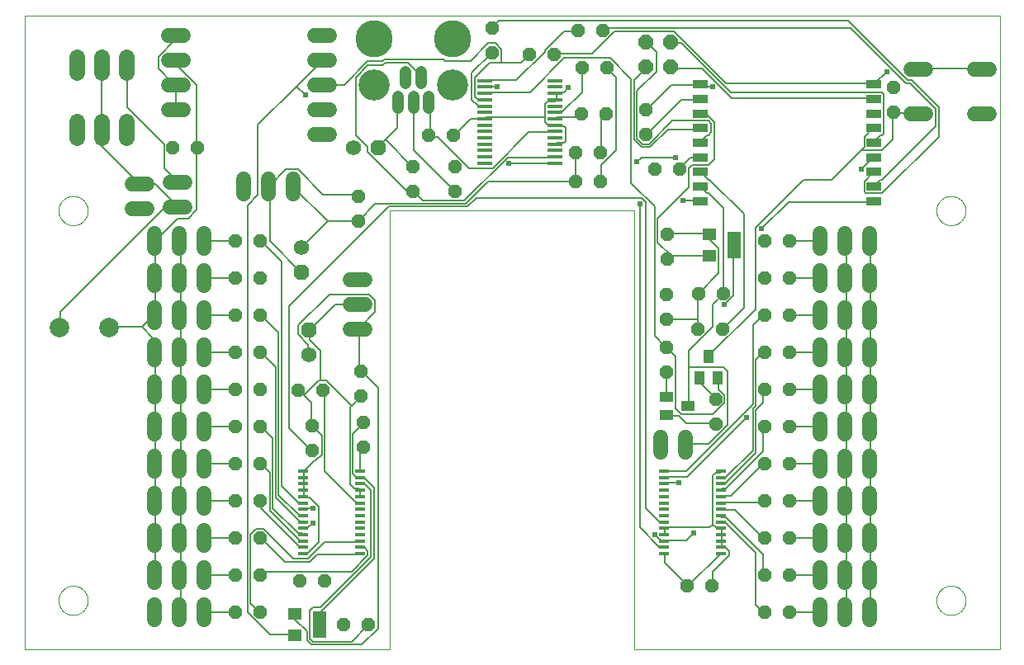
<source format=gtl>
G75*
%MOIN*%
%OFA0B0*%
%FSLAX25Y25*%
%IPPOS*%
%LPD*%
%AMOC8*
5,1,8,0,0,1.08239X$1,22.5*
%
%ADD10C,0.00000*%
%ADD11OC8,0.05200*%
%ADD12OC8,0.06200*%
%ADD13C,0.06200*%
%ADD14C,0.15000*%
%ADD15C,0.12598*%
%ADD16C,0.04756*%
%ADD17R,0.05846X0.03543*%
%ADD18R,0.05906X0.01575*%
%ADD19C,0.06000*%
%ADD20C,0.06496*%
%ADD21R,0.05512X0.03937*%
%ADD22R,0.03937X0.05512*%
%ADD23R,0.03900X0.01200*%
%ADD24C,0.07874*%
%ADD25R,0.05512X0.11024*%
%ADD26R,0.05512X0.04724*%
%ADD27OC8,0.06000*%
%ADD28C,0.00600*%
%ADD29C,0.02400*%
D10*
X0004000Y0002257D02*
X0151638Y0002257D01*
X0151638Y0179423D01*
X0250063Y0179423D01*
X0250063Y0002257D01*
X0397701Y0002257D01*
X0397701Y0258163D01*
X0004000Y0258163D01*
X0004000Y0002257D01*
X0017779Y0021943D02*
X0017781Y0022096D01*
X0017787Y0022250D01*
X0017797Y0022403D01*
X0017811Y0022555D01*
X0017829Y0022708D01*
X0017851Y0022859D01*
X0017876Y0023010D01*
X0017906Y0023161D01*
X0017940Y0023311D01*
X0017977Y0023459D01*
X0018018Y0023607D01*
X0018063Y0023753D01*
X0018112Y0023899D01*
X0018165Y0024043D01*
X0018221Y0024185D01*
X0018281Y0024326D01*
X0018345Y0024466D01*
X0018412Y0024604D01*
X0018483Y0024740D01*
X0018558Y0024874D01*
X0018635Y0025006D01*
X0018717Y0025136D01*
X0018801Y0025264D01*
X0018889Y0025390D01*
X0018980Y0025513D01*
X0019074Y0025634D01*
X0019172Y0025752D01*
X0019272Y0025868D01*
X0019376Y0025981D01*
X0019482Y0026092D01*
X0019591Y0026200D01*
X0019703Y0026305D01*
X0019817Y0026406D01*
X0019935Y0026505D01*
X0020054Y0026601D01*
X0020176Y0026694D01*
X0020301Y0026783D01*
X0020428Y0026870D01*
X0020557Y0026952D01*
X0020688Y0027032D01*
X0020821Y0027108D01*
X0020956Y0027181D01*
X0021093Y0027250D01*
X0021232Y0027315D01*
X0021372Y0027377D01*
X0021514Y0027435D01*
X0021657Y0027490D01*
X0021802Y0027541D01*
X0021948Y0027588D01*
X0022095Y0027631D01*
X0022243Y0027670D01*
X0022392Y0027706D01*
X0022542Y0027737D01*
X0022693Y0027765D01*
X0022844Y0027789D01*
X0022997Y0027809D01*
X0023149Y0027825D01*
X0023302Y0027837D01*
X0023455Y0027845D01*
X0023608Y0027849D01*
X0023762Y0027849D01*
X0023915Y0027845D01*
X0024068Y0027837D01*
X0024221Y0027825D01*
X0024373Y0027809D01*
X0024526Y0027789D01*
X0024677Y0027765D01*
X0024828Y0027737D01*
X0024978Y0027706D01*
X0025127Y0027670D01*
X0025275Y0027631D01*
X0025422Y0027588D01*
X0025568Y0027541D01*
X0025713Y0027490D01*
X0025856Y0027435D01*
X0025998Y0027377D01*
X0026138Y0027315D01*
X0026277Y0027250D01*
X0026414Y0027181D01*
X0026549Y0027108D01*
X0026682Y0027032D01*
X0026813Y0026952D01*
X0026942Y0026870D01*
X0027069Y0026783D01*
X0027194Y0026694D01*
X0027316Y0026601D01*
X0027435Y0026505D01*
X0027553Y0026406D01*
X0027667Y0026305D01*
X0027779Y0026200D01*
X0027888Y0026092D01*
X0027994Y0025981D01*
X0028098Y0025868D01*
X0028198Y0025752D01*
X0028296Y0025634D01*
X0028390Y0025513D01*
X0028481Y0025390D01*
X0028569Y0025264D01*
X0028653Y0025136D01*
X0028735Y0025006D01*
X0028812Y0024874D01*
X0028887Y0024740D01*
X0028958Y0024604D01*
X0029025Y0024466D01*
X0029089Y0024326D01*
X0029149Y0024185D01*
X0029205Y0024043D01*
X0029258Y0023899D01*
X0029307Y0023753D01*
X0029352Y0023607D01*
X0029393Y0023459D01*
X0029430Y0023311D01*
X0029464Y0023161D01*
X0029494Y0023010D01*
X0029519Y0022859D01*
X0029541Y0022708D01*
X0029559Y0022555D01*
X0029573Y0022403D01*
X0029583Y0022250D01*
X0029589Y0022096D01*
X0029591Y0021943D01*
X0029589Y0021790D01*
X0029583Y0021636D01*
X0029573Y0021483D01*
X0029559Y0021331D01*
X0029541Y0021178D01*
X0029519Y0021027D01*
X0029494Y0020876D01*
X0029464Y0020725D01*
X0029430Y0020575D01*
X0029393Y0020427D01*
X0029352Y0020279D01*
X0029307Y0020133D01*
X0029258Y0019987D01*
X0029205Y0019843D01*
X0029149Y0019701D01*
X0029089Y0019560D01*
X0029025Y0019420D01*
X0028958Y0019282D01*
X0028887Y0019146D01*
X0028812Y0019012D01*
X0028735Y0018880D01*
X0028653Y0018750D01*
X0028569Y0018622D01*
X0028481Y0018496D01*
X0028390Y0018373D01*
X0028296Y0018252D01*
X0028198Y0018134D01*
X0028098Y0018018D01*
X0027994Y0017905D01*
X0027888Y0017794D01*
X0027779Y0017686D01*
X0027667Y0017581D01*
X0027553Y0017480D01*
X0027435Y0017381D01*
X0027316Y0017285D01*
X0027194Y0017192D01*
X0027069Y0017103D01*
X0026942Y0017016D01*
X0026813Y0016934D01*
X0026682Y0016854D01*
X0026549Y0016778D01*
X0026414Y0016705D01*
X0026277Y0016636D01*
X0026138Y0016571D01*
X0025998Y0016509D01*
X0025856Y0016451D01*
X0025713Y0016396D01*
X0025568Y0016345D01*
X0025422Y0016298D01*
X0025275Y0016255D01*
X0025127Y0016216D01*
X0024978Y0016180D01*
X0024828Y0016149D01*
X0024677Y0016121D01*
X0024526Y0016097D01*
X0024373Y0016077D01*
X0024221Y0016061D01*
X0024068Y0016049D01*
X0023915Y0016041D01*
X0023762Y0016037D01*
X0023608Y0016037D01*
X0023455Y0016041D01*
X0023302Y0016049D01*
X0023149Y0016061D01*
X0022997Y0016077D01*
X0022844Y0016097D01*
X0022693Y0016121D01*
X0022542Y0016149D01*
X0022392Y0016180D01*
X0022243Y0016216D01*
X0022095Y0016255D01*
X0021948Y0016298D01*
X0021802Y0016345D01*
X0021657Y0016396D01*
X0021514Y0016451D01*
X0021372Y0016509D01*
X0021232Y0016571D01*
X0021093Y0016636D01*
X0020956Y0016705D01*
X0020821Y0016778D01*
X0020688Y0016854D01*
X0020557Y0016934D01*
X0020428Y0017016D01*
X0020301Y0017103D01*
X0020176Y0017192D01*
X0020054Y0017285D01*
X0019935Y0017381D01*
X0019817Y0017480D01*
X0019703Y0017581D01*
X0019591Y0017686D01*
X0019482Y0017794D01*
X0019376Y0017905D01*
X0019272Y0018018D01*
X0019172Y0018134D01*
X0019074Y0018252D01*
X0018980Y0018373D01*
X0018889Y0018496D01*
X0018801Y0018622D01*
X0018717Y0018750D01*
X0018635Y0018880D01*
X0018558Y0019012D01*
X0018483Y0019146D01*
X0018412Y0019282D01*
X0018345Y0019420D01*
X0018281Y0019560D01*
X0018221Y0019701D01*
X0018165Y0019843D01*
X0018112Y0019987D01*
X0018063Y0020133D01*
X0018018Y0020279D01*
X0017977Y0020427D01*
X0017940Y0020575D01*
X0017906Y0020725D01*
X0017876Y0020876D01*
X0017851Y0021027D01*
X0017829Y0021178D01*
X0017811Y0021331D01*
X0017797Y0021483D01*
X0017787Y0021636D01*
X0017781Y0021790D01*
X0017779Y0021943D01*
X0017779Y0179423D02*
X0017781Y0179576D01*
X0017787Y0179730D01*
X0017797Y0179883D01*
X0017811Y0180035D01*
X0017829Y0180188D01*
X0017851Y0180339D01*
X0017876Y0180490D01*
X0017906Y0180641D01*
X0017940Y0180791D01*
X0017977Y0180939D01*
X0018018Y0181087D01*
X0018063Y0181233D01*
X0018112Y0181379D01*
X0018165Y0181523D01*
X0018221Y0181665D01*
X0018281Y0181806D01*
X0018345Y0181946D01*
X0018412Y0182084D01*
X0018483Y0182220D01*
X0018558Y0182354D01*
X0018635Y0182486D01*
X0018717Y0182616D01*
X0018801Y0182744D01*
X0018889Y0182870D01*
X0018980Y0182993D01*
X0019074Y0183114D01*
X0019172Y0183232D01*
X0019272Y0183348D01*
X0019376Y0183461D01*
X0019482Y0183572D01*
X0019591Y0183680D01*
X0019703Y0183785D01*
X0019817Y0183886D01*
X0019935Y0183985D01*
X0020054Y0184081D01*
X0020176Y0184174D01*
X0020301Y0184263D01*
X0020428Y0184350D01*
X0020557Y0184432D01*
X0020688Y0184512D01*
X0020821Y0184588D01*
X0020956Y0184661D01*
X0021093Y0184730D01*
X0021232Y0184795D01*
X0021372Y0184857D01*
X0021514Y0184915D01*
X0021657Y0184970D01*
X0021802Y0185021D01*
X0021948Y0185068D01*
X0022095Y0185111D01*
X0022243Y0185150D01*
X0022392Y0185186D01*
X0022542Y0185217D01*
X0022693Y0185245D01*
X0022844Y0185269D01*
X0022997Y0185289D01*
X0023149Y0185305D01*
X0023302Y0185317D01*
X0023455Y0185325D01*
X0023608Y0185329D01*
X0023762Y0185329D01*
X0023915Y0185325D01*
X0024068Y0185317D01*
X0024221Y0185305D01*
X0024373Y0185289D01*
X0024526Y0185269D01*
X0024677Y0185245D01*
X0024828Y0185217D01*
X0024978Y0185186D01*
X0025127Y0185150D01*
X0025275Y0185111D01*
X0025422Y0185068D01*
X0025568Y0185021D01*
X0025713Y0184970D01*
X0025856Y0184915D01*
X0025998Y0184857D01*
X0026138Y0184795D01*
X0026277Y0184730D01*
X0026414Y0184661D01*
X0026549Y0184588D01*
X0026682Y0184512D01*
X0026813Y0184432D01*
X0026942Y0184350D01*
X0027069Y0184263D01*
X0027194Y0184174D01*
X0027316Y0184081D01*
X0027435Y0183985D01*
X0027553Y0183886D01*
X0027667Y0183785D01*
X0027779Y0183680D01*
X0027888Y0183572D01*
X0027994Y0183461D01*
X0028098Y0183348D01*
X0028198Y0183232D01*
X0028296Y0183114D01*
X0028390Y0182993D01*
X0028481Y0182870D01*
X0028569Y0182744D01*
X0028653Y0182616D01*
X0028735Y0182486D01*
X0028812Y0182354D01*
X0028887Y0182220D01*
X0028958Y0182084D01*
X0029025Y0181946D01*
X0029089Y0181806D01*
X0029149Y0181665D01*
X0029205Y0181523D01*
X0029258Y0181379D01*
X0029307Y0181233D01*
X0029352Y0181087D01*
X0029393Y0180939D01*
X0029430Y0180791D01*
X0029464Y0180641D01*
X0029494Y0180490D01*
X0029519Y0180339D01*
X0029541Y0180188D01*
X0029559Y0180035D01*
X0029573Y0179883D01*
X0029583Y0179730D01*
X0029589Y0179576D01*
X0029591Y0179423D01*
X0029589Y0179270D01*
X0029583Y0179116D01*
X0029573Y0178963D01*
X0029559Y0178811D01*
X0029541Y0178658D01*
X0029519Y0178507D01*
X0029494Y0178356D01*
X0029464Y0178205D01*
X0029430Y0178055D01*
X0029393Y0177907D01*
X0029352Y0177759D01*
X0029307Y0177613D01*
X0029258Y0177467D01*
X0029205Y0177323D01*
X0029149Y0177181D01*
X0029089Y0177040D01*
X0029025Y0176900D01*
X0028958Y0176762D01*
X0028887Y0176626D01*
X0028812Y0176492D01*
X0028735Y0176360D01*
X0028653Y0176230D01*
X0028569Y0176102D01*
X0028481Y0175976D01*
X0028390Y0175853D01*
X0028296Y0175732D01*
X0028198Y0175614D01*
X0028098Y0175498D01*
X0027994Y0175385D01*
X0027888Y0175274D01*
X0027779Y0175166D01*
X0027667Y0175061D01*
X0027553Y0174960D01*
X0027435Y0174861D01*
X0027316Y0174765D01*
X0027194Y0174672D01*
X0027069Y0174583D01*
X0026942Y0174496D01*
X0026813Y0174414D01*
X0026682Y0174334D01*
X0026549Y0174258D01*
X0026414Y0174185D01*
X0026277Y0174116D01*
X0026138Y0174051D01*
X0025998Y0173989D01*
X0025856Y0173931D01*
X0025713Y0173876D01*
X0025568Y0173825D01*
X0025422Y0173778D01*
X0025275Y0173735D01*
X0025127Y0173696D01*
X0024978Y0173660D01*
X0024828Y0173629D01*
X0024677Y0173601D01*
X0024526Y0173577D01*
X0024373Y0173557D01*
X0024221Y0173541D01*
X0024068Y0173529D01*
X0023915Y0173521D01*
X0023762Y0173517D01*
X0023608Y0173517D01*
X0023455Y0173521D01*
X0023302Y0173529D01*
X0023149Y0173541D01*
X0022997Y0173557D01*
X0022844Y0173577D01*
X0022693Y0173601D01*
X0022542Y0173629D01*
X0022392Y0173660D01*
X0022243Y0173696D01*
X0022095Y0173735D01*
X0021948Y0173778D01*
X0021802Y0173825D01*
X0021657Y0173876D01*
X0021514Y0173931D01*
X0021372Y0173989D01*
X0021232Y0174051D01*
X0021093Y0174116D01*
X0020956Y0174185D01*
X0020821Y0174258D01*
X0020688Y0174334D01*
X0020557Y0174414D01*
X0020428Y0174496D01*
X0020301Y0174583D01*
X0020176Y0174672D01*
X0020054Y0174765D01*
X0019935Y0174861D01*
X0019817Y0174960D01*
X0019703Y0175061D01*
X0019591Y0175166D01*
X0019482Y0175274D01*
X0019376Y0175385D01*
X0019272Y0175498D01*
X0019172Y0175614D01*
X0019074Y0175732D01*
X0018980Y0175853D01*
X0018889Y0175976D01*
X0018801Y0176102D01*
X0018717Y0176230D01*
X0018635Y0176360D01*
X0018558Y0176492D01*
X0018483Y0176626D01*
X0018412Y0176762D01*
X0018345Y0176900D01*
X0018281Y0177040D01*
X0018221Y0177181D01*
X0018165Y0177323D01*
X0018112Y0177467D01*
X0018063Y0177613D01*
X0018018Y0177759D01*
X0017977Y0177907D01*
X0017940Y0178055D01*
X0017906Y0178205D01*
X0017876Y0178356D01*
X0017851Y0178507D01*
X0017829Y0178658D01*
X0017811Y0178811D01*
X0017797Y0178963D01*
X0017787Y0179116D01*
X0017781Y0179270D01*
X0017779Y0179423D01*
X0372110Y0179423D02*
X0372112Y0179576D01*
X0372118Y0179730D01*
X0372128Y0179883D01*
X0372142Y0180035D01*
X0372160Y0180188D01*
X0372182Y0180339D01*
X0372207Y0180490D01*
X0372237Y0180641D01*
X0372271Y0180791D01*
X0372308Y0180939D01*
X0372349Y0181087D01*
X0372394Y0181233D01*
X0372443Y0181379D01*
X0372496Y0181523D01*
X0372552Y0181665D01*
X0372612Y0181806D01*
X0372676Y0181946D01*
X0372743Y0182084D01*
X0372814Y0182220D01*
X0372889Y0182354D01*
X0372966Y0182486D01*
X0373048Y0182616D01*
X0373132Y0182744D01*
X0373220Y0182870D01*
X0373311Y0182993D01*
X0373405Y0183114D01*
X0373503Y0183232D01*
X0373603Y0183348D01*
X0373707Y0183461D01*
X0373813Y0183572D01*
X0373922Y0183680D01*
X0374034Y0183785D01*
X0374148Y0183886D01*
X0374266Y0183985D01*
X0374385Y0184081D01*
X0374507Y0184174D01*
X0374632Y0184263D01*
X0374759Y0184350D01*
X0374888Y0184432D01*
X0375019Y0184512D01*
X0375152Y0184588D01*
X0375287Y0184661D01*
X0375424Y0184730D01*
X0375563Y0184795D01*
X0375703Y0184857D01*
X0375845Y0184915D01*
X0375988Y0184970D01*
X0376133Y0185021D01*
X0376279Y0185068D01*
X0376426Y0185111D01*
X0376574Y0185150D01*
X0376723Y0185186D01*
X0376873Y0185217D01*
X0377024Y0185245D01*
X0377175Y0185269D01*
X0377328Y0185289D01*
X0377480Y0185305D01*
X0377633Y0185317D01*
X0377786Y0185325D01*
X0377939Y0185329D01*
X0378093Y0185329D01*
X0378246Y0185325D01*
X0378399Y0185317D01*
X0378552Y0185305D01*
X0378704Y0185289D01*
X0378857Y0185269D01*
X0379008Y0185245D01*
X0379159Y0185217D01*
X0379309Y0185186D01*
X0379458Y0185150D01*
X0379606Y0185111D01*
X0379753Y0185068D01*
X0379899Y0185021D01*
X0380044Y0184970D01*
X0380187Y0184915D01*
X0380329Y0184857D01*
X0380469Y0184795D01*
X0380608Y0184730D01*
X0380745Y0184661D01*
X0380880Y0184588D01*
X0381013Y0184512D01*
X0381144Y0184432D01*
X0381273Y0184350D01*
X0381400Y0184263D01*
X0381525Y0184174D01*
X0381647Y0184081D01*
X0381766Y0183985D01*
X0381884Y0183886D01*
X0381998Y0183785D01*
X0382110Y0183680D01*
X0382219Y0183572D01*
X0382325Y0183461D01*
X0382429Y0183348D01*
X0382529Y0183232D01*
X0382627Y0183114D01*
X0382721Y0182993D01*
X0382812Y0182870D01*
X0382900Y0182744D01*
X0382984Y0182616D01*
X0383066Y0182486D01*
X0383143Y0182354D01*
X0383218Y0182220D01*
X0383289Y0182084D01*
X0383356Y0181946D01*
X0383420Y0181806D01*
X0383480Y0181665D01*
X0383536Y0181523D01*
X0383589Y0181379D01*
X0383638Y0181233D01*
X0383683Y0181087D01*
X0383724Y0180939D01*
X0383761Y0180791D01*
X0383795Y0180641D01*
X0383825Y0180490D01*
X0383850Y0180339D01*
X0383872Y0180188D01*
X0383890Y0180035D01*
X0383904Y0179883D01*
X0383914Y0179730D01*
X0383920Y0179576D01*
X0383922Y0179423D01*
X0383920Y0179270D01*
X0383914Y0179116D01*
X0383904Y0178963D01*
X0383890Y0178811D01*
X0383872Y0178658D01*
X0383850Y0178507D01*
X0383825Y0178356D01*
X0383795Y0178205D01*
X0383761Y0178055D01*
X0383724Y0177907D01*
X0383683Y0177759D01*
X0383638Y0177613D01*
X0383589Y0177467D01*
X0383536Y0177323D01*
X0383480Y0177181D01*
X0383420Y0177040D01*
X0383356Y0176900D01*
X0383289Y0176762D01*
X0383218Y0176626D01*
X0383143Y0176492D01*
X0383066Y0176360D01*
X0382984Y0176230D01*
X0382900Y0176102D01*
X0382812Y0175976D01*
X0382721Y0175853D01*
X0382627Y0175732D01*
X0382529Y0175614D01*
X0382429Y0175498D01*
X0382325Y0175385D01*
X0382219Y0175274D01*
X0382110Y0175166D01*
X0381998Y0175061D01*
X0381884Y0174960D01*
X0381766Y0174861D01*
X0381647Y0174765D01*
X0381525Y0174672D01*
X0381400Y0174583D01*
X0381273Y0174496D01*
X0381144Y0174414D01*
X0381013Y0174334D01*
X0380880Y0174258D01*
X0380745Y0174185D01*
X0380608Y0174116D01*
X0380469Y0174051D01*
X0380329Y0173989D01*
X0380187Y0173931D01*
X0380044Y0173876D01*
X0379899Y0173825D01*
X0379753Y0173778D01*
X0379606Y0173735D01*
X0379458Y0173696D01*
X0379309Y0173660D01*
X0379159Y0173629D01*
X0379008Y0173601D01*
X0378857Y0173577D01*
X0378704Y0173557D01*
X0378552Y0173541D01*
X0378399Y0173529D01*
X0378246Y0173521D01*
X0378093Y0173517D01*
X0377939Y0173517D01*
X0377786Y0173521D01*
X0377633Y0173529D01*
X0377480Y0173541D01*
X0377328Y0173557D01*
X0377175Y0173577D01*
X0377024Y0173601D01*
X0376873Y0173629D01*
X0376723Y0173660D01*
X0376574Y0173696D01*
X0376426Y0173735D01*
X0376279Y0173778D01*
X0376133Y0173825D01*
X0375988Y0173876D01*
X0375845Y0173931D01*
X0375703Y0173989D01*
X0375563Y0174051D01*
X0375424Y0174116D01*
X0375287Y0174185D01*
X0375152Y0174258D01*
X0375019Y0174334D01*
X0374888Y0174414D01*
X0374759Y0174496D01*
X0374632Y0174583D01*
X0374507Y0174672D01*
X0374385Y0174765D01*
X0374266Y0174861D01*
X0374148Y0174960D01*
X0374034Y0175061D01*
X0373922Y0175166D01*
X0373813Y0175274D01*
X0373707Y0175385D01*
X0373603Y0175498D01*
X0373503Y0175614D01*
X0373405Y0175732D01*
X0373311Y0175853D01*
X0373220Y0175976D01*
X0373132Y0176102D01*
X0373048Y0176230D01*
X0372966Y0176360D01*
X0372889Y0176492D01*
X0372814Y0176626D01*
X0372743Y0176762D01*
X0372676Y0176900D01*
X0372612Y0177040D01*
X0372552Y0177181D01*
X0372496Y0177323D01*
X0372443Y0177467D01*
X0372394Y0177613D01*
X0372349Y0177759D01*
X0372308Y0177907D01*
X0372271Y0178055D01*
X0372237Y0178205D01*
X0372207Y0178356D01*
X0372182Y0178507D01*
X0372160Y0178658D01*
X0372142Y0178811D01*
X0372128Y0178963D01*
X0372118Y0179116D01*
X0372112Y0179270D01*
X0372110Y0179423D01*
X0372110Y0021943D02*
X0372112Y0022096D01*
X0372118Y0022250D01*
X0372128Y0022403D01*
X0372142Y0022555D01*
X0372160Y0022708D01*
X0372182Y0022859D01*
X0372207Y0023010D01*
X0372237Y0023161D01*
X0372271Y0023311D01*
X0372308Y0023459D01*
X0372349Y0023607D01*
X0372394Y0023753D01*
X0372443Y0023899D01*
X0372496Y0024043D01*
X0372552Y0024185D01*
X0372612Y0024326D01*
X0372676Y0024466D01*
X0372743Y0024604D01*
X0372814Y0024740D01*
X0372889Y0024874D01*
X0372966Y0025006D01*
X0373048Y0025136D01*
X0373132Y0025264D01*
X0373220Y0025390D01*
X0373311Y0025513D01*
X0373405Y0025634D01*
X0373503Y0025752D01*
X0373603Y0025868D01*
X0373707Y0025981D01*
X0373813Y0026092D01*
X0373922Y0026200D01*
X0374034Y0026305D01*
X0374148Y0026406D01*
X0374266Y0026505D01*
X0374385Y0026601D01*
X0374507Y0026694D01*
X0374632Y0026783D01*
X0374759Y0026870D01*
X0374888Y0026952D01*
X0375019Y0027032D01*
X0375152Y0027108D01*
X0375287Y0027181D01*
X0375424Y0027250D01*
X0375563Y0027315D01*
X0375703Y0027377D01*
X0375845Y0027435D01*
X0375988Y0027490D01*
X0376133Y0027541D01*
X0376279Y0027588D01*
X0376426Y0027631D01*
X0376574Y0027670D01*
X0376723Y0027706D01*
X0376873Y0027737D01*
X0377024Y0027765D01*
X0377175Y0027789D01*
X0377328Y0027809D01*
X0377480Y0027825D01*
X0377633Y0027837D01*
X0377786Y0027845D01*
X0377939Y0027849D01*
X0378093Y0027849D01*
X0378246Y0027845D01*
X0378399Y0027837D01*
X0378552Y0027825D01*
X0378704Y0027809D01*
X0378857Y0027789D01*
X0379008Y0027765D01*
X0379159Y0027737D01*
X0379309Y0027706D01*
X0379458Y0027670D01*
X0379606Y0027631D01*
X0379753Y0027588D01*
X0379899Y0027541D01*
X0380044Y0027490D01*
X0380187Y0027435D01*
X0380329Y0027377D01*
X0380469Y0027315D01*
X0380608Y0027250D01*
X0380745Y0027181D01*
X0380880Y0027108D01*
X0381013Y0027032D01*
X0381144Y0026952D01*
X0381273Y0026870D01*
X0381400Y0026783D01*
X0381525Y0026694D01*
X0381647Y0026601D01*
X0381766Y0026505D01*
X0381884Y0026406D01*
X0381998Y0026305D01*
X0382110Y0026200D01*
X0382219Y0026092D01*
X0382325Y0025981D01*
X0382429Y0025868D01*
X0382529Y0025752D01*
X0382627Y0025634D01*
X0382721Y0025513D01*
X0382812Y0025390D01*
X0382900Y0025264D01*
X0382984Y0025136D01*
X0383066Y0025006D01*
X0383143Y0024874D01*
X0383218Y0024740D01*
X0383289Y0024604D01*
X0383356Y0024466D01*
X0383420Y0024326D01*
X0383480Y0024185D01*
X0383536Y0024043D01*
X0383589Y0023899D01*
X0383638Y0023753D01*
X0383683Y0023607D01*
X0383724Y0023459D01*
X0383761Y0023311D01*
X0383795Y0023161D01*
X0383825Y0023010D01*
X0383850Y0022859D01*
X0383872Y0022708D01*
X0383890Y0022555D01*
X0383904Y0022403D01*
X0383914Y0022250D01*
X0383920Y0022096D01*
X0383922Y0021943D01*
X0383920Y0021790D01*
X0383914Y0021636D01*
X0383904Y0021483D01*
X0383890Y0021331D01*
X0383872Y0021178D01*
X0383850Y0021027D01*
X0383825Y0020876D01*
X0383795Y0020725D01*
X0383761Y0020575D01*
X0383724Y0020427D01*
X0383683Y0020279D01*
X0383638Y0020133D01*
X0383589Y0019987D01*
X0383536Y0019843D01*
X0383480Y0019701D01*
X0383420Y0019560D01*
X0383356Y0019420D01*
X0383289Y0019282D01*
X0383218Y0019146D01*
X0383143Y0019012D01*
X0383066Y0018880D01*
X0382984Y0018750D01*
X0382900Y0018622D01*
X0382812Y0018496D01*
X0382721Y0018373D01*
X0382627Y0018252D01*
X0382529Y0018134D01*
X0382429Y0018018D01*
X0382325Y0017905D01*
X0382219Y0017794D01*
X0382110Y0017686D01*
X0381998Y0017581D01*
X0381884Y0017480D01*
X0381766Y0017381D01*
X0381647Y0017285D01*
X0381525Y0017192D01*
X0381400Y0017103D01*
X0381273Y0017016D01*
X0381144Y0016934D01*
X0381013Y0016854D01*
X0380880Y0016778D01*
X0380745Y0016705D01*
X0380608Y0016636D01*
X0380469Y0016571D01*
X0380329Y0016509D01*
X0380187Y0016451D01*
X0380044Y0016396D01*
X0379899Y0016345D01*
X0379753Y0016298D01*
X0379606Y0016255D01*
X0379458Y0016216D01*
X0379309Y0016180D01*
X0379159Y0016149D01*
X0379008Y0016121D01*
X0378857Y0016097D01*
X0378704Y0016077D01*
X0378552Y0016061D01*
X0378399Y0016049D01*
X0378246Y0016041D01*
X0378093Y0016037D01*
X0377939Y0016037D01*
X0377786Y0016041D01*
X0377633Y0016049D01*
X0377480Y0016061D01*
X0377328Y0016077D01*
X0377175Y0016097D01*
X0377024Y0016121D01*
X0376873Y0016149D01*
X0376723Y0016180D01*
X0376574Y0016216D01*
X0376426Y0016255D01*
X0376279Y0016298D01*
X0376133Y0016345D01*
X0375988Y0016396D01*
X0375845Y0016451D01*
X0375703Y0016509D01*
X0375563Y0016571D01*
X0375424Y0016636D01*
X0375287Y0016705D01*
X0375152Y0016778D01*
X0375019Y0016854D01*
X0374888Y0016934D01*
X0374759Y0017016D01*
X0374632Y0017103D01*
X0374507Y0017192D01*
X0374385Y0017285D01*
X0374266Y0017381D01*
X0374148Y0017480D01*
X0374034Y0017581D01*
X0373922Y0017686D01*
X0373813Y0017794D01*
X0373707Y0017905D01*
X0373603Y0018018D01*
X0373503Y0018134D01*
X0373405Y0018252D01*
X0373311Y0018373D01*
X0373220Y0018496D01*
X0373132Y0018622D01*
X0373048Y0018750D01*
X0372966Y0018880D01*
X0372889Y0019012D01*
X0372814Y0019146D01*
X0372743Y0019282D01*
X0372676Y0019420D01*
X0372612Y0019560D01*
X0372552Y0019701D01*
X0372496Y0019843D01*
X0372443Y0019987D01*
X0372394Y0020133D01*
X0372349Y0020279D01*
X0372308Y0020427D01*
X0372271Y0020575D01*
X0372237Y0020725D01*
X0372207Y0020876D01*
X0372182Y0021027D01*
X0372160Y0021178D01*
X0372142Y0021331D01*
X0372128Y0021483D01*
X0372118Y0021636D01*
X0372112Y0021790D01*
X0372110Y0021943D01*
D11*
X0312701Y0017257D03*
X0302701Y0017257D03*
X0302701Y0032257D03*
X0312701Y0032257D03*
X0312701Y0047257D03*
X0302701Y0047257D03*
X0302701Y0062257D03*
X0312701Y0062257D03*
X0312701Y0077257D03*
X0302701Y0077257D03*
X0302701Y0092257D03*
X0312701Y0092257D03*
X0312701Y0107257D03*
X0302701Y0107257D03*
X0283000Y0103320D03*
X0283000Y0093320D03*
X0263031Y0114352D03*
X0263031Y0124352D03*
X0263110Y0135580D03*
X0263110Y0145580D03*
X0276181Y0145998D03*
X0286181Y0145998D03*
X0302701Y0152257D03*
X0312701Y0152257D03*
X0312701Y0137257D03*
X0302701Y0137257D03*
X0285732Y0131446D03*
X0275732Y0131446D03*
X0302701Y0122257D03*
X0312701Y0122257D03*
X0263331Y0159832D03*
X0263331Y0169832D03*
X0236535Y0191273D03*
X0226535Y0191273D03*
X0226535Y0202927D03*
X0236535Y0202927D03*
X0254969Y0210289D03*
X0254969Y0220289D03*
X0238882Y0218478D03*
X0228882Y0218478D03*
X0229000Y0237257D03*
X0239000Y0237257D03*
X0237346Y0252257D03*
X0227346Y0252257D03*
X0217661Y0242415D03*
X0207661Y0242415D03*
X0192976Y0243320D03*
X0192976Y0253320D03*
X0177205Y0209691D03*
X0167205Y0209691D03*
X0160961Y0197116D03*
X0160961Y0187116D03*
X0177898Y0187116D03*
X0177898Y0197116D03*
X0138961Y0185313D03*
X0138961Y0175313D03*
X0099000Y0167257D03*
X0089000Y0167257D03*
X0089000Y0152257D03*
X0099000Y0152257D03*
X0099000Y0137257D03*
X0089000Y0137257D03*
X0089000Y0122257D03*
X0099000Y0122257D03*
X0099000Y0107257D03*
X0089000Y0107257D03*
X0089000Y0092257D03*
X0099000Y0092257D03*
X0114551Y0106761D03*
X0124551Y0106761D03*
X0139685Y0104604D03*
X0139685Y0114604D03*
X0140811Y0093872D03*
X0140811Y0083872D03*
X0120094Y0082478D03*
X0120094Y0092478D03*
X0099000Y0077257D03*
X0089000Y0077257D03*
X0089000Y0062257D03*
X0099000Y0062257D03*
X0099000Y0047257D03*
X0089000Y0047257D03*
X0089000Y0032257D03*
X0099000Y0032257D03*
X0115142Y0029817D03*
X0125142Y0029817D03*
X0132858Y0012100D03*
X0142858Y0012100D03*
X0099000Y0017257D03*
X0089000Y0017257D03*
X0271638Y0027848D03*
X0281638Y0027848D03*
X0302701Y0167257D03*
X0312701Y0167257D03*
X0268425Y0196061D03*
X0258425Y0196061D03*
X0354906Y0219163D03*
X0354906Y0229163D03*
X0073961Y0205013D03*
X0063961Y0205013D03*
D12*
X0115850Y0154502D03*
X0118803Y0131234D03*
X0146795Y0205013D03*
D13*
X0136795Y0205013D03*
X0115850Y0164502D03*
X0118803Y0121234D03*
D14*
X0145252Y0248809D03*
X0176748Y0248809D03*
D15*
X0176748Y0230305D03*
X0145252Y0230305D03*
D16*
X0154701Y0225580D02*
X0154701Y0220824D01*
X0161000Y0220824D02*
X0161000Y0225580D01*
X0167299Y0225580D02*
X0167299Y0220824D01*
X0164150Y0230698D02*
X0164150Y0235454D01*
X0157850Y0235454D02*
X0157850Y0230698D01*
D17*
X0276864Y0230486D03*
X0276864Y0224580D03*
X0276864Y0218675D03*
X0276864Y0212769D03*
X0276864Y0206864D03*
X0276864Y0200958D03*
X0276864Y0195053D03*
X0276864Y0189147D03*
X0276864Y0183242D03*
X0346884Y0183242D03*
X0346884Y0189147D03*
X0346884Y0195053D03*
X0346884Y0200958D03*
X0346884Y0206864D03*
X0346884Y0212769D03*
X0346884Y0218675D03*
X0346884Y0224580D03*
X0346884Y0230486D03*
D18*
X0218272Y0229364D03*
X0218272Y0231923D03*
X0218272Y0226805D03*
X0218272Y0224246D03*
X0218272Y0221687D03*
X0218272Y0219128D03*
X0218272Y0216569D03*
X0218272Y0214009D03*
X0218272Y0211450D03*
X0218272Y0208891D03*
X0218272Y0206332D03*
X0218272Y0203773D03*
X0218272Y0201214D03*
X0218272Y0198655D03*
X0189728Y0198655D03*
X0189728Y0201214D03*
X0189728Y0203773D03*
X0189728Y0206332D03*
X0189728Y0208891D03*
X0189728Y0211450D03*
X0189728Y0214009D03*
X0189728Y0216569D03*
X0189728Y0219128D03*
X0189728Y0221687D03*
X0189728Y0224246D03*
X0189728Y0226805D03*
X0189728Y0229364D03*
X0189728Y0231923D03*
D19*
X0127063Y0230163D02*
X0121063Y0230163D01*
X0121063Y0240163D02*
X0127063Y0240163D01*
X0127063Y0250163D02*
X0121063Y0250163D01*
X0121063Y0220163D02*
X0127063Y0220163D01*
X0127063Y0210163D02*
X0121063Y0210163D01*
X0112425Y0192108D02*
X0112425Y0186108D01*
X0102425Y0186108D02*
X0102425Y0192108D01*
X0092425Y0192108D02*
X0092425Y0186108D01*
X0076500Y0170257D02*
X0076500Y0164257D01*
X0066500Y0164257D02*
X0066500Y0170257D01*
X0056500Y0170257D02*
X0056500Y0164257D01*
X0056500Y0155257D02*
X0056500Y0149257D01*
X0066500Y0149257D02*
X0066500Y0155257D01*
X0076500Y0155257D02*
X0076500Y0149257D01*
X0076500Y0140257D02*
X0076500Y0134257D01*
X0076500Y0125257D02*
X0076500Y0119257D01*
X0066500Y0119257D02*
X0066500Y0125257D01*
X0056500Y0125257D02*
X0056500Y0119257D01*
X0056500Y0110257D02*
X0056500Y0104257D01*
X0066500Y0104257D02*
X0066500Y0110257D01*
X0076500Y0110257D02*
X0076500Y0104257D01*
X0076500Y0095257D02*
X0076500Y0089257D01*
X0066500Y0089257D02*
X0066500Y0095257D01*
X0056500Y0095257D02*
X0056500Y0089257D01*
X0056500Y0080257D02*
X0056500Y0074257D01*
X0066500Y0074257D02*
X0066500Y0080257D01*
X0076500Y0080257D02*
X0076500Y0074257D01*
X0076500Y0065257D02*
X0076500Y0059257D01*
X0066500Y0059257D02*
X0066500Y0065257D01*
X0056500Y0065257D02*
X0056500Y0059257D01*
X0056500Y0050257D02*
X0056500Y0044257D01*
X0066500Y0044257D02*
X0066500Y0050257D01*
X0076500Y0050257D02*
X0076500Y0044257D01*
X0076500Y0035257D02*
X0076500Y0029257D01*
X0076500Y0020257D02*
X0076500Y0014257D01*
X0066500Y0014257D02*
X0066500Y0020257D01*
X0056500Y0020257D02*
X0056500Y0014257D01*
X0056500Y0029257D02*
X0056500Y0035257D01*
X0066500Y0035257D02*
X0066500Y0029257D01*
X0135654Y0131659D02*
X0141654Y0131659D01*
X0141654Y0141659D02*
X0135654Y0141659D01*
X0135654Y0151659D02*
X0141654Y0151659D01*
X0068929Y0180722D02*
X0062929Y0180722D01*
X0053346Y0180131D02*
X0047346Y0180131D01*
X0047346Y0190131D02*
X0053346Y0190131D01*
X0062929Y0190722D02*
X0068929Y0190722D01*
X0068063Y0220163D02*
X0062063Y0220163D01*
X0062063Y0230163D02*
X0068063Y0230163D01*
X0068063Y0240163D02*
X0062063Y0240163D01*
X0062063Y0250163D02*
X0068063Y0250163D01*
X0066500Y0140257D02*
X0066500Y0134257D01*
X0056500Y0134257D02*
X0056500Y0140257D01*
X0260811Y0087935D02*
X0260811Y0081935D01*
X0270811Y0081935D02*
X0270811Y0087935D01*
X0325201Y0089257D02*
X0325201Y0095257D01*
X0335201Y0095257D02*
X0335201Y0089257D01*
X0345201Y0089257D02*
X0345201Y0095257D01*
X0345201Y0104257D02*
X0345201Y0110257D01*
X0335201Y0110257D02*
X0335201Y0104257D01*
X0325201Y0104257D02*
X0325201Y0110257D01*
X0325201Y0119257D02*
X0325201Y0125257D01*
X0335201Y0125257D02*
X0335201Y0119257D01*
X0345201Y0119257D02*
X0345201Y0125257D01*
X0345201Y0134257D02*
X0345201Y0140257D01*
X0345201Y0149257D02*
X0345201Y0155257D01*
X0335201Y0155257D02*
X0335201Y0149257D01*
X0325201Y0149257D02*
X0325201Y0155257D01*
X0325201Y0164257D02*
X0325201Y0170257D01*
X0335201Y0170257D02*
X0335201Y0164257D01*
X0345201Y0164257D02*
X0345201Y0170257D01*
X0335201Y0140257D02*
X0335201Y0134257D01*
X0325201Y0134257D02*
X0325201Y0140257D01*
X0325201Y0080257D02*
X0325201Y0074257D01*
X0335201Y0074257D02*
X0335201Y0080257D01*
X0345201Y0080257D02*
X0345201Y0074257D01*
X0345201Y0065257D02*
X0345201Y0059257D01*
X0335201Y0059257D02*
X0335201Y0065257D01*
X0325201Y0065257D02*
X0325201Y0059257D01*
X0325201Y0050257D02*
X0325201Y0044257D01*
X0335201Y0044257D02*
X0335201Y0050257D01*
X0345201Y0050257D02*
X0345201Y0044257D01*
X0345201Y0035257D02*
X0345201Y0029257D01*
X0345201Y0020257D02*
X0345201Y0014257D01*
X0335201Y0014257D02*
X0335201Y0020257D01*
X0325201Y0020257D02*
X0325201Y0014257D01*
X0325201Y0029257D02*
X0325201Y0035257D01*
X0335201Y0035257D02*
X0335201Y0029257D01*
X0361822Y0218578D02*
X0367822Y0218578D01*
X0387422Y0218578D02*
X0393422Y0218578D01*
X0393422Y0236378D02*
X0387422Y0236378D01*
X0367822Y0236378D02*
X0361822Y0236378D01*
D20*
X0045063Y0235072D02*
X0045063Y0241569D01*
X0035063Y0241569D02*
X0035063Y0235072D01*
X0025063Y0235072D02*
X0025063Y0241569D01*
X0025063Y0215506D02*
X0025063Y0209009D01*
X0035063Y0209009D02*
X0035063Y0215506D01*
X0045063Y0215506D02*
X0045063Y0209009D01*
D21*
X0263087Y0104265D03*
X0263087Y0096785D03*
X0271748Y0100525D03*
D22*
X0276323Y0112021D03*
X0283803Y0112021D03*
X0280063Y0120683D03*
D23*
X0285188Y0074143D03*
X0285188Y0071584D03*
X0285188Y0069025D03*
X0285188Y0066466D03*
X0285188Y0063907D03*
X0285188Y0061348D03*
X0285188Y0058789D03*
X0285188Y0056230D03*
X0285188Y0053671D03*
X0285188Y0051112D03*
X0285188Y0048553D03*
X0285188Y0045994D03*
X0285188Y0043435D03*
X0285188Y0040876D03*
X0262213Y0040876D03*
X0262213Y0043435D03*
X0262213Y0045994D03*
X0262213Y0048553D03*
X0262213Y0051112D03*
X0262213Y0053671D03*
X0262213Y0056230D03*
X0262213Y0058789D03*
X0262213Y0061348D03*
X0262213Y0063907D03*
X0262213Y0066466D03*
X0262213Y0069025D03*
X0262213Y0071584D03*
X0262213Y0074143D03*
X0139487Y0074143D03*
X0139487Y0071584D03*
X0139487Y0069025D03*
X0139487Y0066466D03*
X0139487Y0063907D03*
X0139487Y0061348D03*
X0139487Y0058789D03*
X0139487Y0056230D03*
X0139487Y0053671D03*
X0139487Y0051112D03*
X0139487Y0048553D03*
X0139487Y0045994D03*
X0139487Y0043435D03*
X0139487Y0040876D03*
X0116513Y0040876D03*
X0116513Y0043435D03*
X0116513Y0045994D03*
X0116513Y0048553D03*
X0116513Y0051112D03*
X0116513Y0053671D03*
X0116513Y0056230D03*
X0116513Y0058789D03*
X0116513Y0061348D03*
X0116513Y0063907D03*
X0116513Y0066466D03*
X0116513Y0069025D03*
X0116513Y0071584D03*
X0116513Y0074143D03*
D24*
X0038052Y0132222D03*
X0018052Y0132222D03*
D25*
X0123291Y0012100D03*
X0290614Y0165643D03*
D26*
X0280378Y0161313D03*
X0280378Y0169974D03*
X0113055Y0016431D03*
X0113055Y0007769D03*
D27*
X0254906Y0237415D03*
X0264906Y0237415D03*
X0264906Y0247415D03*
X0254906Y0247415D03*
D28*
X0255400Y0247057D01*
X0259000Y0243457D01*
X0259000Y0235657D01*
X0251200Y0227857D01*
X0251200Y0208657D01*
X0253600Y0206257D01*
X0256000Y0206257D01*
X0265600Y0215857D01*
X0280000Y0215857D01*
X0281200Y0214657D01*
X0281200Y0211057D01*
X0280000Y0209857D01*
X0279400Y0209857D01*
X0277000Y0207457D01*
X0276864Y0206864D01*
X0276400Y0212257D02*
X0276864Y0212769D01*
X0276400Y0212257D02*
X0263800Y0212257D01*
X0256600Y0205057D01*
X0253000Y0205057D01*
X0250000Y0208057D01*
X0250000Y0232057D01*
X0254800Y0236857D01*
X0254906Y0237415D01*
X0248800Y0232657D02*
X0248800Y0190657D01*
X0258400Y0181057D01*
X0258400Y0128857D01*
X0262600Y0124657D01*
X0263031Y0124352D01*
X0263200Y0124057D01*
X0266800Y0120457D01*
X0266800Y0099457D01*
X0269200Y0097057D01*
X0281800Y0097057D01*
X0286600Y0101857D01*
X0286600Y0104857D01*
X0284200Y0107257D01*
X0284200Y0111457D01*
X0283803Y0112021D01*
X0287800Y0114457D02*
X0286000Y0116257D01*
X0272200Y0116257D01*
X0272200Y0100657D01*
X0271748Y0100525D01*
X0268000Y0096457D02*
X0271000Y0093457D01*
X0283000Y0093457D01*
X0283000Y0093320D01*
X0287800Y0092857D02*
X0287800Y0114457D01*
X0280600Y0121057D02*
X0280063Y0120683D01*
X0280600Y0121057D02*
X0299200Y0139657D01*
X0299200Y0172657D01*
X0318400Y0191857D01*
X0329800Y0191857D01*
X0341800Y0203857D01*
X0350200Y0203857D01*
X0354400Y0208057D01*
X0354400Y0218857D01*
X0354906Y0219163D01*
X0355000Y0218857D01*
X0364600Y0218857D01*
X0364822Y0218578D01*
X0371800Y0220657D02*
X0371800Y0213457D01*
X0350200Y0191857D01*
X0349600Y0191857D01*
X0347200Y0189457D01*
X0346884Y0189147D01*
X0343600Y0186457D02*
X0343000Y0187057D01*
X0343000Y0191257D01*
X0346600Y0194857D01*
X0346884Y0195053D01*
X0341800Y0196057D02*
X0346600Y0200857D01*
X0346884Y0200958D01*
X0343000Y0205057D02*
X0341800Y0203857D01*
X0343000Y0205057D02*
X0343000Y0209257D01*
X0346600Y0212857D01*
X0346884Y0212769D01*
X0350200Y0209857D02*
X0350800Y0210457D01*
X0350800Y0226657D01*
X0350200Y0227257D01*
X0289000Y0227257D01*
X0269200Y0247057D01*
X0265000Y0247057D01*
X0264906Y0247415D01*
X0266200Y0251857D02*
X0242200Y0251857D01*
X0233200Y0242857D01*
X0218200Y0242857D01*
X0217661Y0242415D01*
X0214000Y0243457D02*
X0214000Y0244057D01*
X0221800Y0251857D01*
X0227200Y0251857D01*
X0227346Y0252257D01*
X0237346Y0252257D02*
X0237400Y0252457D01*
X0238000Y0253057D01*
X0337600Y0253057D01*
X0359800Y0230857D01*
X0361600Y0230857D01*
X0371800Y0220657D01*
X0373000Y0221257D02*
X0362200Y0232057D01*
X0360400Y0232057D01*
X0336400Y0256057D01*
X0195400Y0256057D01*
X0193000Y0253657D01*
X0192976Y0253320D01*
X0194200Y0247057D02*
X0191200Y0247057D01*
X0184000Y0239857D01*
X0173800Y0239857D01*
X0173200Y0240457D01*
X0149200Y0240457D01*
X0148600Y0239857D01*
X0142600Y0239857D01*
X0133000Y0230257D01*
X0124600Y0230257D01*
X0124063Y0230163D01*
X0117400Y0226057D02*
X0113800Y0229657D01*
X0098200Y0214057D01*
X0098200Y0185857D01*
X0094000Y0181657D01*
X0094000Y0017257D01*
X0103000Y0008257D01*
X0112600Y0008257D01*
X0113055Y0007769D01*
X0118000Y0009457D02*
X0118000Y0005857D01*
X0119800Y0004057D01*
X0140200Y0004057D01*
X0146800Y0010657D01*
X0146800Y0107857D01*
X0140200Y0114457D01*
X0139685Y0114604D01*
X0139600Y0115057D01*
X0139000Y0115657D01*
X0139000Y0131257D01*
X0138654Y0131659D01*
X0139000Y0131857D01*
X0145600Y0138457D01*
X0145600Y0143257D01*
X0143200Y0145657D01*
X0127000Y0145657D01*
X0114400Y0133057D01*
X0114400Y0129457D01*
X0118600Y0125257D01*
X0118600Y0121657D01*
X0118803Y0121234D01*
X0123400Y0122857D02*
X0123400Y0110857D01*
X0125800Y0110857D01*
X0136000Y0100657D01*
X0135400Y0100057D01*
X0135400Y0068857D01*
X0137200Y0067057D01*
X0139000Y0067057D01*
X0139487Y0066466D01*
X0139600Y0066457D01*
X0139600Y0064057D01*
X0139487Y0063907D01*
X0139000Y0061657D02*
X0139487Y0061348D01*
X0139000Y0061657D02*
X0137800Y0061657D01*
X0125200Y0074257D01*
X0125200Y0106057D01*
X0124600Y0106657D01*
X0124551Y0106761D01*
X0123400Y0110857D02*
X0122800Y0110857D01*
X0116800Y0104857D01*
X0119800Y0101857D01*
X0119800Y0092857D01*
X0120094Y0092478D01*
X0120400Y0092257D01*
X0124000Y0088657D01*
X0124000Y0080857D01*
X0121600Y0078457D01*
X0121000Y0078457D01*
X0116800Y0074257D01*
X0116513Y0074143D01*
X0116800Y0073657D01*
X0116800Y0071857D01*
X0116513Y0071584D01*
X0116800Y0071257D01*
X0116800Y0069457D01*
X0116513Y0069025D01*
X0116800Y0068857D01*
X0116800Y0067057D01*
X0116513Y0066466D01*
X0116800Y0066457D01*
X0116800Y0064057D01*
X0116513Y0063907D01*
X0116800Y0063457D01*
X0119200Y0063457D01*
X0122800Y0059857D01*
X0122800Y0045457D01*
X0118600Y0041257D01*
X0116800Y0041257D01*
X0116513Y0040876D01*
X0116513Y0043435D02*
X0116200Y0043657D01*
X0115000Y0043657D01*
X0099400Y0059257D01*
X0099400Y0062257D01*
X0099000Y0062257D01*
X0103000Y0058057D02*
X0103000Y0073657D01*
X0099400Y0077257D01*
X0099000Y0077257D01*
X0089000Y0077257D02*
X0076500Y0077257D01*
X0067000Y0077257D02*
X0066500Y0077257D01*
X0067000Y0077257D02*
X0067000Y0062257D01*
X0066500Y0062257D01*
X0067000Y0062257D02*
X0067000Y0047257D01*
X0066500Y0047257D01*
X0067000Y0047257D02*
X0067000Y0032257D01*
X0066500Y0032257D01*
X0067000Y0032257D02*
X0067000Y0017257D01*
X0066500Y0017257D01*
X0076500Y0017257D02*
X0089000Y0017257D01*
X0095200Y0020857D02*
X0098800Y0017257D01*
X0099000Y0017257D01*
X0095200Y0020857D02*
X0095200Y0048457D01*
X0097600Y0050857D01*
X0100600Y0050857D01*
X0112600Y0038857D01*
X0118600Y0038857D01*
X0125200Y0045457D01*
X0139000Y0045457D01*
X0139487Y0045994D01*
X0139487Y0043435D02*
X0139600Y0043057D01*
X0141400Y0043057D01*
X0142600Y0041857D01*
X0142600Y0040057D01*
X0136000Y0033457D01*
X0100600Y0033457D01*
X0099400Y0032257D01*
X0099000Y0032257D01*
X0089000Y0032257D02*
X0076500Y0032257D01*
X0056800Y0032257D02*
X0056500Y0032257D01*
X0056800Y0032257D02*
X0056800Y0047257D01*
X0056500Y0047257D01*
X0056800Y0047257D02*
X0056800Y0062257D01*
X0056500Y0062257D01*
X0056800Y0062257D02*
X0056800Y0077257D01*
X0056500Y0077257D01*
X0056800Y0077257D02*
X0056800Y0092257D01*
X0056500Y0092257D01*
X0056800Y0092257D02*
X0056800Y0107257D01*
X0056500Y0107257D01*
X0056800Y0107257D02*
X0056800Y0122257D01*
X0056500Y0122257D01*
X0056200Y0122257D01*
X0056200Y0127657D01*
X0051400Y0132457D01*
X0056200Y0137257D01*
X0056500Y0137257D01*
X0056800Y0137257D01*
X0056800Y0152257D01*
X0056500Y0152257D01*
X0056800Y0152257D02*
X0056800Y0167257D01*
X0056500Y0167257D01*
X0056800Y0167257D02*
X0065800Y0176257D01*
X0070000Y0176257D01*
X0073600Y0179857D01*
X0073600Y0204457D01*
X0073961Y0205013D01*
X0073600Y0205057D01*
X0073600Y0230257D01*
X0065200Y0238657D01*
X0065200Y0239857D01*
X0065063Y0240163D01*
X0058000Y0241657D02*
X0058000Y0236857D01*
X0064600Y0230257D01*
X0065063Y0230163D01*
X0065200Y0229657D01*
X0065200Y0220657D01*
X0065063Y0220163D01*
X0060400Y0206257D02*
X0060400Y0196657D01*
X0065800Y0191257D01*
X0065929Y0190722D01*
X0063400Y0183457D02*
X0065929Y0180722D01*
X0065800Y0181057D01*
X0063400Y0183457D01*
X0018400Y0138457D01*
X0018400Y0132457D01*
X0018052Y0132222D01*
X0038052Y0132222D02*
X0038200Y0132457D01*
X0051400Y0132457D01*
X0066500Y0137257D02*
X0067000Y0137257D01*
X0067000Y0122257D01*
X0066500Y0122257D01*
X0067000Y0122257D02*
X0067000Y0107257D01*
X0066500Y0107257D01*
X0067000Y0107257D02*
X0067000Y0092257D01*
X0066500Y0092257D01*
X0067000Y0092257D02*
X0067000Y0077257D01*
X0076500Y0062257D02*
X0089000Y0062257D01*
X0103000Y0058057D02*
X0115000Y0046057D01*
X0116200Y0046057D01*
X0116513Y0045994D01*
X0116513Y0048553D02*
X0116200Y0049057D01*
X0114400Y0049057D01*
X0104200Y0059257D01*
X0104200Y0087457D01*
X0099400Y0092257D01*
X0099000Y0092257D01*
X0089000Y0092257D02*
X0076500Y0092257D01*
X0076500Y0107257D02*
X0089000Y0107257D01*
X0099400Y0122257D02*
X0105400Y0116257D01*
X0105400Y0063457D01*
X0115000Y0053857D01*
X0116200Y0053857D01*
X0116513Y0053671D01*
X0116800Y0051457D02*
X0116513Y0051112D01*
X0116800Y0051457D02*
X0118600Y0051457D01*
X0120400Y0053257D01*
X0116513Y0056230D02*
X0116200Y0056257D01*
X0115000Y0056257D01*
X0106600Y0064657D01*
X0106600Y0130057D01*
X0099400Y0137257D01*
X0099000Y0137257D01*
X0089000Y0137257D02*
X0076500Y0137257D01*
X0067000Y0137257D02*
X0067000Y0152257D01*
X0066500Y0152257D01*
X0067000Y0152257D02*
X0067000Y0167257D01*
X0066500Y0167257D01*
X0076500Y0167257D02*
X0089000Y0167257D01*
X0099000Y0167257D02*
X0099400Y0167257D01*
X0107800Y0158857D01*
X0107800Y0068257D01*
X0114400Y0061657D01*
X0116200Y0061657D01*
X0116513Y0061348D01*
X0116800Y0059257D02*
X0116513Y0058789D01*
X0116800Y0059257D02*
X0120400Y0059257D01*
X0136600Y0073057D02*
X0137800Y0071857D01*
X0139000Y0071857D01*
X0139487Y0071584D01*
X0139600Y0071257D01*
X0141400Y0071257D01*
X0145000Y0067657D01*
X0145000Y0038857D01*
X0123400Y0017257D01*
X0123400Y0012457D01*
X0123291Y0012100D01*
X0118000Y0009457D02*
X0113200Y0014257D01*
X0113200Y0016057D01*
X0113055Y0016431D01*
X0119200Y0017857D02*
X0119200Y0006457D01*
X0120400Y0005257D01*
X0136000Y0005257D01*
X0142600Y0011857D01*
X0142858Y0012100D01*
X0123400Y0019057D02*
X0120400Y0019057D01*
X0119200Y0017857D01*
X0123400Y0019057D02*
X0143800Y0039457D01*
X0143800Y0066457D01*
X0141400Y0068857D01*
X0139600Y0068857D01*
X0139487Y0069025D01*
X0136600Y0073057D02*
X0136600Y0089257D01*
X0140800Y0093457D01*
X0140811Y0093872D01*
X0136000Y0100657D02*
X0139600Y0104257D01*
X0139685Y0104604D01*
X0116800Y0104857D02*
X0115000Y0106657D01*
X0114551Y0106761D01*
X0110800Y0091657D02*
X0119800Y0082657D01*
X0120094Y0082478D01*
X0110800Y0091657D02*
X0110800Y0140857D01*
X0151000Y0181057D01*
X0182800Y0181057D01*
X0186400Y0184657D01*
X0253000Y0184657D01*
X0254800Y0182857D01*
X0254800Y0059257D01*
X0260200Y0053857D01*
X0262000Y0053857D01*
X0262213Y0053671D01*
X0262600Y0051457D02*
X0262213Y0051112D01*
X0262600Y0050857D01*
X0262600Y0049057D01*
X0262213Y0048553D01*
X0262000Y0046057D02*
X0262213Y0045994D01*
X0262600Y0046057D01*
X0271000Y0046057D01*
X0274000Y0049057D01*
X0280600Y0051457D02*
X0281800Y0052657D01*
X0283000Y0051457D01*
X0284800Y0051457D01*
X0285188Y0051112D01*
X0285400Y0050857D01*
X0285400Y0049057D01*
X0285188Y0048553D01*
X0285400Y0048457D01*
X0285400Y0046057D01*
X0285188Y0045994D01*
X0285400Y0045457D01*
X0285400Y0043657D01*
X0285188Y0043435D01*
X0285400Y0043057D01*
X0287200Y0043057D01*
X0288400Y0041857D01*
X0288400Y0040057D01*
X0281800Y0033457D01*
X0281800Y0028057D01*
X0281638Y0027848D01*
X0272200Y0028057D02*
X0271638Y0027848D01*
X0271600Y0028057D01*
X0262600Y0037057D01*
X0262600Y0040657D01*
X0262213Y0040876D01*
X0262213Y0043435D02*
X0262000Y0043657D01*
X0260200Y0043657D01*
X0252400Y0051457D01*
X0252400Y0182257D01*
X0259600Y0176257D02*
X0259600Y0166657D01*
X0265000Y0161257D01*
X0263331Y0159832D01*
X0263800Y0160057D01*
X0265000Y0161257D01*
X0280000Y0161257D01*
X0280378Y0161313D01*
X0284200Y0164257D02*
X0284200Y0154057D01*
X0276400Y0146257D01*
X0276181Y0145998D01*
X0275800Y0145657D01*
X0275800Y0135457D01*
X0263200Y0135457D01*
X0263110Y0135580D01*
X0275800Y0135457D02*
X0275800Y0131857D01*
X0275732Y0131446D01*
X0281800Y0132457D02*
X0281800Y0141457D01*
X0286000Y0145657D01*
X0286181Y0145998D01*
X0286000Y0146257D01*
X0286000Y0180457D01*
X0280000Y0186457D01*
X0279400Y0186457D01*
X0277000Y0188857D01*
X0276864Y0189147D01*
X0280000Y0191857D02*
X0280600Y0191857D01*
X0294400Y0178057D01*
X0294400Y0140257D01*
X0286000Y0131857D01*
X0285732Y0131446D01*
X0281800Y0132457D02*
X0272200Y0122857D01*
X0272200Y0116257D01*
X0276323Y0112021D02*
X0276400Y0111457D01*
X0276400Y0110257D01*
X0283000Y0103657D01*
X0283000Y0103320D01*
X0295600Y0095857D02*
X0271600Y0071857D01*
X0262600Y0071857D01*
X0262213Y0071584D01*
X0262600Y0069457D02*
X0262213Y0069025D01*
X0262600Y0069457D02*
X0268000Y0069457D01*
X0271000Y0074257D02*
X0262600Y0074257D01*
X0262213Y0074143D01*
X0271000Y0074257D02*
X0298000Y0101257D01*
X0298000Y0133057D01*
X0302200Y0137257D01*
X0302701Y0137257D01*
X0312701Y0137257D02*
X0325201Y0137257D01*
X0335201Y0137257D02*
X0335800Y0137257D01*
X0335800Y0122257D01*
X0335201Y0122257D01*
X0335800Y0122257D02*
X0335800Y0107257D01*
X0335201Y0107257D01*
X0335800Y0107257D02*
X0335800Y0092257D01*
X0335201Y0092257D01*
X0335800Y0092257D02*
X0335800Y0077257D01*
X0335201Y0077257D01*
X0335800Y0077257D02*
X0335800Y0062257D01*
X0335201Y0062257D01*
X0335800Y0062257D02*
X0335800Y0047257D01*
X0335201Y0047257D01*
X0335800Y0047257D02*
X0335800Y0032257D01*
X0335201Y0032257D01*
X0335800Y0032257D02*
X0335800Y0017257D01*
X0335201Y0017257D01*
X0325201Y0017257D02*
X0312701Y0017257D01*
X0302701Y0017257D02*
X0302200Y0017257D01*
X0299200Y0020257D01*
X0299200Y0041257D01*
X0287200Y0053257D01*
X0285400Y0053257D01*
X0285188Y0053671D01*
X0285400Y0055657D02*
X0285188Y0056230D01*
X0285400Y0055657D02*
X0287200Y0055657D01*
X0302200Y0040657D01*
X0302200Y0032257D01*
X0302701Y0032257D01*
X0312701Y0032257D02*
X0325201Y0032257D01*
X0345201Y0032257D02*
X0345400Y0032257D01*
X0345400Y0047257D01*
X0345201Y0047257D01*
X0345400Y0047257D02*
X0345400Y0062257D01*
X0345201Y0062257D01*
X0345400Y0062257D02*
X0345400Y0077257D01*
X0345201Y0077257D01*
X0345400Y0077257D02*
X0345400Y0092257D01*
X0345201Y0092257D01*
X0345400Y0092257D02*
X0345400Y0107257D01*
X0345201Y0107257D01*
X0345400Y0107257D02*
X0345400Y0122257D01*
X0345201Y0122257D01*
X0345400Y0122257D02*
X0345400Y0137257D01*
X0345201Y0137257D01*
X0345400Y0137257D02*
X0345400Y0152257D01*
X0345201Y0152257D01*
X0345400Y0152257D02*
X0345400Y0167257D01*
X0345201Y0167257D01*
X0335800Y0167257D02*
X0335201Y0167257D01*
X0335800Y0167257D02*
X0335800Y0152257D01*
X0335201Y0152257D01*
X0335800Y0152257D02*
X0335800Y0137257D01*
X0325201Y0122257D02*
X0312701Y0122257D01*
X0302701Y0122257D02*
X0302200Y0122257D01*
X0299200Y0119257D01*
X0299200Y0100657D01*
X0298000Y0099457D01*
X0298000Y0082657D01*
X0287200Y0071857D01*
X0285400Y0071857D01*
X0285188Y0071584D01*
X0284800Y0073657D02*
X0283000Y0073657D01*
X0281800Y0072457D01*
X0281800Y0052657D01*
X0280600Y0051457D02*
X0262600Y0051457D01*
X0258400Y0048457D02*
X0260800Y0046057D01*
X0262000Y0046057D01*
X0272200Y0028057D02*
X0284800Y0040657D01*
X0285188Y0040876D01*
X0302200Y0047257D02*
X0302701Y0047257D01*
X0302200Y0047257D02*
X0290800Y0058657D01*
X0285400Y0058657D01*
X0285188Y0058789D01*
X0285188Y0061348D02*
X0285400Y0061657D01*
X0301600Y0061657D01*
X0302200Y0062257D01*
X0302701Y0062257D01*
X0312701Y0062257D02*
X0325201Y0062257D01*
X0325201Y0077257D02*
X0312701Y0077257D01*
X0302701Y0077257D02*
X0302200Y0077257D01*
X0289000Y0064057D01*
X0285400Y0064057D01*
X0285188Y0063907D01*
X0285188Y0066466D02*
X0285400Y0067057D01*
X0287200Y0067057D01*
X0302200Y0082057D01*
X0302200Y0092257D01*
X0302701Y0092257D01*
X0299200Y0098857D02*
X0302200Y0101857D01*
X0302200Y0107257D01*
X0302701Y0107257D01*
X0299200Y0098857D02*
X0299200Y0081457D01*
X0287200Y0069457D01*
X0285400Y0069457D01*
X0285188Y0069025D01*
X0284800Y0073657D02*
X0285188Y0074143D01*
X0280000Y0085057D02*
X0271000Y0085057D01*
X0270811Y0084935D01*
X0280000Y0085057D02*
X0287800Y0092857D01*
X0268000Y0096457D02*
X0263200Y0096457D01*
X0263087Y0096785D01*
X0263087Y0104265D02*
X0263200Y0104857D01*
X0263200Y0113857D01*
X0263031Y0114352D01*
X0286600Y0141457D02*
X0290200Y0145057D01*
X0290200Y0165457D01*
X0290614Y0165643D01*
X0284200Y0164257D02*
X0280600Y0167857D01*
X0280600Y0169657D01*
X0280378Y0169974D01*
X0280000Y0170257D01*
X0263800Y0170257D01*
X0263331Y0169832D01*
X0259600Y0176257D02*
X0272200Y0188857D01*
X0272200Y0196657D01*
X0273400Y0197857D01*
X0280000Y0197857D01*
X0282400Y0200257D01*
X0282400Y0215257D01*
X0279400Y0218257D01*
X0277000Y0218257D01*
X0276864Y0218675D01*
X0276400Y0224257D02*
X0269200Y0224257D01*
X0255400Y0210457D01*
X0254969Y0210289D01*
X0254969Y0220289D02*
X0255400Y0220657D01*
X0265000Y0230257D01*
X0276400Y0230257D01*
X0276864Y0230486D01*
X0277000Y0230257D01*
X0277600Y0229657D01*
X0281800Y0229657D01*
X0287200Y0230857D02*
X0266200Y0251857D01*
X0264906Y0237415D02*
X0265000Y0236857D01*
X0277600Y0236857D01*
X0289600Y0224857D01*
X0346600Y0224857D01*
X0346884Y0224580D01*
X0346884Y0230486D02*
X0346600Y0230857D01*
X0287200Y0230857D01*
X0276864Y0224580D02*
X0276400Y0224257D01*
X0248800Y0232657D02*
X0240400Y0241057D01*
X0221800Y0241057D01*
X0208000Y0227257D01*
X0190000Y0227257D01*
X0189728Y0226805D01*
X0189728Y0229364D02*
X0190000Y0229657D01*
X0194800Y0229657D01*
X0190000Y0232057D02*
X0189728Y0231923D01*
X0190000Y0232057D02*
X0202600Y0232057D01*
X0214000Y0243457D01*
X0207661Y0242415D02*
X0207400Y0242257D01*
X0204400Y0239257D01*
X0196600Y0239257D01*
X0196600Y0244657D01*
X0194200Y0247057D01*
X0192976Y0243320D02*
X0192400Y0242857D01*
X0184600Y0235057D01*
X0184600Y0224257D01*
X0187000Y0221857D01*
X0189400Y0221857D01*
X0189728Y0221687D01*
X0189728Y0224246D02*
X0189400Y0224257D01*
X0187000Y0224257D01*
X0185800Y0225457D01*
X0185800Y0233257D01*
X0191800Y0239257D01*
X0196600Y0239257D01*
X0214000Y0222457D02*
X0215200Y0223657D01*
X0218200Y0223657D01*
X0218272Y0224246D01*
X0218800Y0224257D01*
X0218800Y0226657D01*
X0218272Y0226805D01*
X0218800Y0227257D01*
X0221800Y0227257D01*
X0223600Y0229057D01*
X0229000Y0227257D02*
X0229000Y0237257D01*
X0239000Y0237257D02*
X0239200Y0236857D01*
X0242800Y0233257D01*
X0242800Y0203857D01*
X0236800Y0197857D01*
X0236800Y0191857D01*
X0236535Y0191273D01*
X0226600Y0191857D02*
X0226535Y0191273D01*
X0226000Y0191257D01*
X0191200Y0191257D01*
X0182200Y0182257D01*
X0145600Y0182257D01*
X0139000Y0175657D01*
X0138961Y0175313D01*
X0138400Y0175057D01*
X0126400Y0175057D01*
X0112600Y0188857D01*
X0112425Y0189108D01*
X0114400Y0196057D02*
X0109600Y0196057D01*
X0103000Y0189457D01*
X0102425Y0189108D01*
X0103000Y0188857D01*
X0103000Y0167257D01*
X0115600Y0154657D01*
X0115850Y0154502D01*
X0115850Y0164502D02*
X0116200Y0164857D01*
X0126400Y0175057D01*
X0138400Y0185857D02*
X0138961Y0185313D01*
X0138400Y0185857D02*
X0124600Y0185857D01*
X0114400Y0196057D01*
X0137800Y0209857D02*
X0142600Y0205057D01*
X0142600Y0203257D01*
X0158200Y0187657D01*
X0160600Y0187657D01*
X0160961Y0187116D01*
X0161200Y0187057D01*
X0164800Y0183457D01*
X0181600Y0183457D01*
X0199000Y0200857D01*
X0218200Y0200857D01*
X0218272Y0201214D01*
X0218272Y0198655D02*
X0218200Y0198457D01*
X0199600Y0198457D01*
X0193000Y0196657D02*
X0183400Y0196657D01*
X0170800Y0209257D01*
X0167800Y0209257D01*
X0167205Y0209691D01*
X0167800Y0209857D01*
X0167800Y0225457D01*
X0167299Y0225580D01*
X0161200Y0225457D02*
X0161000Y0225580D01*
X0161200Y0225457D02*
X0161200Y0203857D01*
X0177400Y0187657D01*
X0177898Y0187116D01*
X0193000Y0196657D02*
X0207400Y0211057D01*
X0218200Y0211057D01*
X0218272Y0211450D01*
X0218800Y0213457D02*
X0218272Y0214009D01*
X0218200Y0214057D01*
X0215200Y0214057D01*
X0214000Y0215257D01*
X0214000Y0217057D01*
X0190000Y0217057D01*
X0189728Y0216569D01*
X0189400Y0216457D01*
X0184000Y0216457D01*
X0177400Y0209857D01*
X0177205Y0209691D01*
X0160961Y0197116D02*
X0160600Y0197257D01*
X0149800Y0208057D01*
X0154600Y0212857D01*
X0154600Y0225457D01*
X0154701Y0225580D01*
X0163600Y0230857D02*
X0164150Y0230698D01*
X0163600Y0230857D02*
X0163600Y0234457D01*
X0158800Y0239257D01*
X0149800Y0239257D01*
X0148600Y0238057D01*
X0142600Y0238057D01*
X0137800Y0233257D01*
X0137800Y0209857D01*
X0146800Y0205057D02*
X0146795Y0205013D01*
X0146800Y0205057D02*
X0149800Y0208057D01*
X0124000Y0239857D02*
X0113800Y0229657D01*
X0124000Y0239857D02*
X0124063Y0240163D01*
X0065063Y0250163D02*
X0064600Y0250057D01*
X0064600Y0248257D01*
X0058000Y0241657D01*
X0045400Y0238057D02*
X0045063Y0238320D01*
X0045400Y0238057D02*
X0045400Y0221257D01*
X0060400Y0206257D01*
X0056800Y0190057D02*
X0050800Y0190057D01*
X0050346Y0190131D01*
X0050200Y0190657D01*
X0035200Y0205657D01*
X0035200Y0212257D01*
X0035063Y0212257D01*
X0035200Y0212257D02*
X0035200Y0238057D01*
X0035063Y0238320D01*
X0056800Y0190057D02*
X0063400Y0183457D01*
X0076500Y0152257D02*
X0089000Y0152257D01*
X0118803Y0131234D02*
X0119200Y0130657D01*
X0119200Y0127057D01*
X0123400Y0122857D01*
X0119200Y0131257D02*
X0118803Y0131234D01*
X0119200Y0131257D02*
X0129400Y0141457D01*
X0138400Y0141457D01*
X0138654Y0141659D01*
X0099400Y0122257D02*
X0099000Y0122257D01*
X0089000Y0122257D02*
X0076500Y0122257D01*
X0139600Y0082657D02*
X0140800Y0083857D01*
X0140811Y0083872D01*
X0139600Y0082657D02*
X0139600Y0074257D01*
X0139487Y0074143D01*
X0109000Y0037657D02*
X0099400Y0047257D01*
X0099000Y0047257D01*
X0089000Y0047257D02*
X0076500Y0047257D01*
X0109000Y0037657D02*
X0119200Y0037657D01*
X0122200Y0040657D01*
X0139000Y0040657D01*
X0139487Y0040876D01*
X0312701Y0047257D02*
X0325201Y0047257D01*
X0345400Y0032257D02*
X0345400Y0017257D01*
X0345201Y0017257D01*
X0325201Y0092257D02*
X0312701Y0092257D01*
X0312701Y0107257D02*
X0325201Y0107257D01*
X0325201Y0152257D02*
X0312701Y0152257D01*
X0312701Y0167257D02*
X0325201Y0167257D01*
X0312400Y0182857D02*
X0301600Y0172057D01*
X0312400Y0182857D02*
X0346600Y0182857D01*
X0346884Y0183242D01*
X0343600Y0186457D02*
X0350200Y0186457D01*
X0373000Y0209257D01*
X0373000Y0221257D01*
X0364822Y0236378D02*
X0365200Y0236857D01*
X0390400Y0236857D01*
X0390422Y0236378D01*
X0352000Y0235657D02*
X0347200Y0230857D01*
X0346884Y0230486D01*
X0349600Y0209857D02*
X0347200Y0207457D01*
X0346884Y0206864D01*
X0349600Y0209857D02*
X0350200Y0209857D01*
X0280000Y0191857D02*
X0277000Y0194857D01*
X0276864Y0195053D01*
X0276400Y0200857D02*
X0272800Y0200857D01*
X0268600Y0196657D01*
X0268425Y0196061D01*
X0266800Y0200857D02*
X0253000Y0200857D01*
X0251200Y0199057D01*
X0236800Y0203257D02*
X0236535Y0202927D01*
X0236800Y0203257D02*
X0236800Y0216457D01*
X0238600Y0218257D01*
X0238882Y0218478D01*
X0228882Y0218478D02*
X0228400Y0218257D01*
X0227200Y0217057D01*
X0218800Y0217057D01*
X0218272Y0216569D01*
X0218272Y0219128D02*
X0218800Y0219457D01*
X0221200Y0219457D01*
X0229000Y0227257D01*
X0214000Y0222457D02*
X0214000Y0217057D01*
X0218800Y0213457D02*
X0221800Y0213457D01*
X0222400Y0212857D01*
X0222400Y0207457D01*
X0221800Y0206857D01*
X0218800Y0206857D01*
X0218272Y0206332D01*
X0226535Y0202927D02*
X0226600Y0202657D01*
X0226600Y0191857D01*
X0269800Y0183457D02*
X0276400Y0183457D01*
X0276864Y0183242D01*
X0276400Y0200857D02*
X0276864Y0200958D01*
D29*
X0266800Y0200857D03*
X0251200Y0199057D03*
X0269800Y0183457D03*
X0252400Y0182257D03*
X0301600Y0172057D03*
X0341800Y0196057D03*
X0352000Y0235657D03*
X0281800Y0229657D03*
X0223600Y0229057D03*
X0194800Y0229657D03*
X0199600Y0198457D03*
X0117400Y0226057D03*
X0286600Y0141457D03*
X0295600Y0095857D03*
X0268000Y0069457D03*
X0274000Y0049057D03*
X0258400Y0048457D03*
X0120400Y0053257D03*
X0120400Y0059257D03*
M02*

</source>
